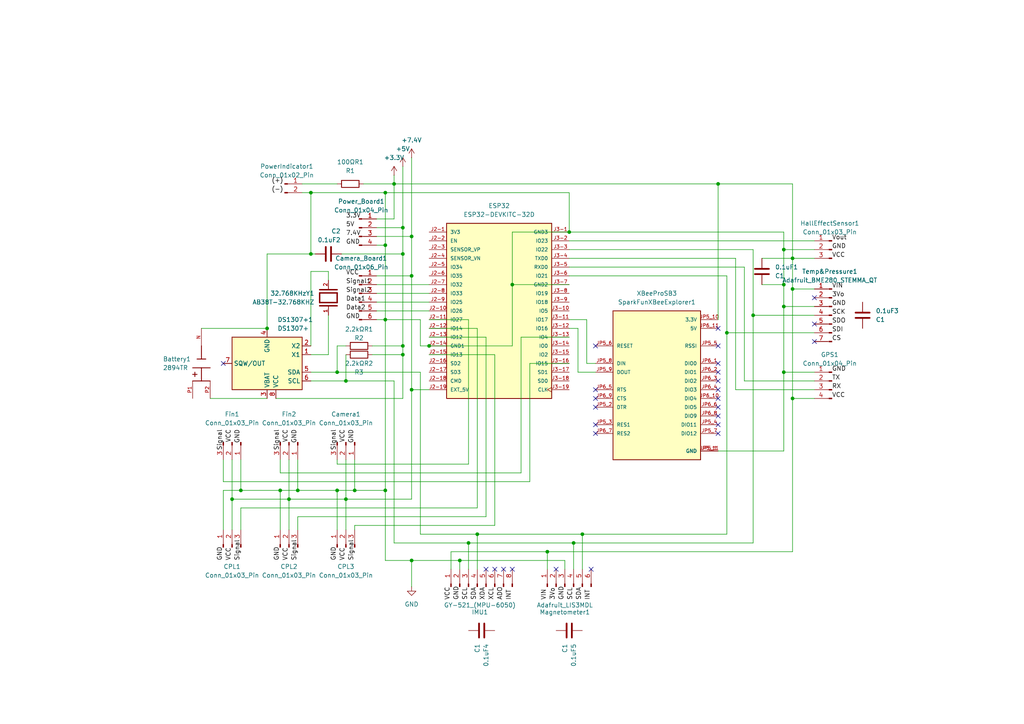
<source format=kicad_sch>
(kicad_sch (version 20231120) (generator "eeschema") (generator_version "8.0")
  (paper "A4")
  (lib_symbols
    (symbol "2894TR:2894TR" (pin_names (offset 1.016))
      (property "Reference" "BT" (at -3.81 3.81 0))
      (property "Value" "2894TR" (at -3.81 -5.08 0))
      (symbol "2894TR_0_0"
        (polyline (pts (xy -5.08 -2.54) (xy -5.08 0)) (stroke (width 0.254)))
        (polyline (pts (xy -5.08 0) (xy -5.08 2.54)) (stroke (width 0.254)))
        (polyline (pts (xy -3.81 1.905) (xy -2.54 1.905)) (stroke (width 0.254)))
        (polyline (pts (xy -3.175 2.54) (xy -3.175 1.27)) (stroke (width 0.254)))
        (polyline (pts (xy -1.27 0) (xy -5.08 0)) (stroke (width 0.254)))
        (polyline (pts (xy -1.27 0) (xy -1.27 -2.54)) (stroke (width 0.254)))
        (polyline (pts (xy -1.27 2.54) (xy -1.27 0)) (stroke (width 0.254)))
        (polyline (pts (xy 1.27 0) (xy 1.27 -1.27)) (stroke (width 0.254)))
        (polyline (pts (xy 1.27 0) (xy 5.08 0)) (stroke (width 0.254)))
        (polyline (pts (xy 1.27 1.27) (xy 1.27 0)) (stroke (width 0.254)))
        (pin passive line (at 10.16 0 180) (length 5.08) (name "~") (number "N"))
        (pin passive line (at -10.16 2.54 0) (length 5.08) (name "~") (number "P1"))
        (pin passive line (at -10.16 -2.54 0) (length 5.08) (name "~") (number "P2"))
      )
    )
    (symbol "AB38T-32.768KHZ:AB38T-32.768KHZ" (pin_names (offset 1.016))
      (property "Reference" "Y" (at -5.0878 3.8159 0))
      (property "Value" "AB38T-32.768KHZ" (at -5.0944 -5.0944 0))
      (symbol "AB38T-32.768KHZ_0_0"
        (polyline (pts (xy -2.3368 2.54) (xy -2.3368 -2.54)) (stroke (width 0.4064)))
        (polyline (pts (xy -1.397 2.54) (xy -1.397 -2.54)) (stroke (width 0.4064)))
        (polyline (pts (xy -1.397 2.54) (xy 1.397 2.54)) (stroke (width 0.4064)))
        (polyline (pts (xy 1.397 -2.54) (xy -1.397 -2.54)) (stroke (width 0.4064)))
        (polyline (pts (xy 1.397 2.54) (xy 1.397 -2.54)) (stroke (width 0.4064)))
        (polyline (pts (xy 2.3368 2.54) (xy 2.3368 -2.54)) (stroke (width 0.4064)))
        (pin passive line (at -5.08 0 0) (length 2.54) (name "~") (number "1"))
        (pin passive line (at 5.08 0 180) (length 2.54) (name "~") (number "2"))
      )
    )
    (symbol "Connector:Conn_01x02_Pin" (pin_names (offset 1.016) hide)
      (property "Reference" "J" (at 0 2.54 0))
      (property "Value" "Conn_01x02_Pin" (at 0 -5.08 0))
      (symbol "Conn_01x02_Pin_1_1"
        (polyline (pts (xy 1.27 -2.54) (xy 0.8636 -2.54)) (stroke (width 0.1524)))
        (polyline (pts (xy 1.27 0) (xy 0.8636 0)) (stroke (width 0.1524)))
        (rectangle (start 0.8636 -2.413) (end 0 -2.667) (stroke (width 0.1524)) (fill (type outline)))
        (rectangle (start 0.8636 0.127) (end 0 -0.127) (stroke (width 0.1524)) (fill (type outline)))
        (pin passive line (at 5.08 0 180) (length 3.81) (name "Pin_1") (number "1"))
        (pin passive line (at 5.08 -2.54 180) (length 3.81) (name "Pin_2") (number "2"))
      )
    )
    (symbol "Connector:Conn_01x03_Pin" (pin_names (offset 1.016) hide)
      (property "Reference" "J" (at 0 5.08 0))
      (property "Value" "Conn_01x03_Pin" (at 0 -5.08 0))
      (symbol "Conn_01x03_Pin_1_1"
        (polyline (pts (xy 1.27 -2.54) (xy 0.8636 -2.54)) (stroke (width 0.1524)))
        (polyline (pts (xy 1.27 0) (xy 0.8636 0)) (stroke (width 0.1524)))
        (polyline (pts (xy 1.27 2.54) (xy 0.8636 2.54)) (stroke (width 0.1524)))
        (rectangle (start 0.8636 -2.413) (end 0 -2.667) (stroke (width 0.1524)) (fill (type outline)))
        (rectangle (start 0.8636 0.127) (end 0 -0.127) (stroke (width 0.1524)) (fill (type outline)))
        (rectangle (start 0.8636 2.667) (end 0 2.413) (stroke (width 0.1524)) (fill (type outline)))
        (pin passive line (at 5.08 2.54 180) (length 3.81) (name "Pin_1") (number "1"))
        (pin passive line (at 5.08 0 180) (length 3.81) (name "Pin_2") (number "2"))
        (pin passive line (at 5.08 -2.54 180) (length 3.81) (name "Pin_3") (number "3"))
      )
    )
    (symbol "Connector:Conn_01x04_Pin" (pin_names (offset 1.016) hide)
      (property "Reference" "J" (at 0 5.08 0))
      (property "Value" "Conn_01x04_Pin" (at 0 -7.62 0))
      (symbol "Conn_01x04_Pin_1_1"
        (polyline (pts (xy 1.27 -5.08) (xy 0.8636 -5.08)) (stroke (width 0.1524)))
        (polyline (pts (xy 1.27 -2.54) (xy 0.8636 -2.54)) (stroke (width 0.1524)))
        (polyline (pts (xy 1.27 0) (xy 0.8636 0)) (stroke (width 0.1524)))
        (polyline (pts (xy 1.27 2.54) (xy 0.8636 2.54)) (stroke (width 0.1524)))
        (rectangle (start 0.8636 -4.953) (end 0 -5.207) (stroke (width 0.1524)) (fill (type outline)))
        (rectangle (start 0.8636 -2.413) (end 0 -2.667) (stroke (width 0.1524)) (fill (type outline)))
        (rectangle (start 0.8636 0.127) (end 0 -0.127) (stroke (width 0.1524)) (fill (type outline)))
        (rectangle (start 0.8636 2.667) (end 0 2.413) (stroke (width 0.1524)) (fill (type outline)))
        (pin passive line (at 5.08 2.54 180) (length 3.81) (name "Pin_1") (number "1"))
        (pin passive line (at 5.08 0 180) (length 3.81) (name "Pin_2") (number "2"))
        (pin passive line (at 5.08 -2.54 180) (length 3.81) (name "Pin_3") (number "3"))
        (pin passive line (at 5.08 -5.08 180) (length 3.81) (name "Pin_4") (number "4"))
      )
    )
    (symbol "Connector:Conn_01x06_Pin" (pin_names (offset 1.016) hide)
      (property "Reference" "J" (at 0 7.62 0))
      (property "Value" "Conn_01x06_Pin" (at 0 -10.16 0))
      (symbol "Conn_01x06_Pin_1_1"
        (polyline (pts (xy 1.27 -7.62) (xy 0.8636 -7.62)) (stroke (width 0.1524)))
        (polyline (pts (xy 1.27 -5.08) (xy 0.8636 -5.08)) (stroke (width 0.1524)))
        (polyline (pts (xy 1.27 -2.54) (xy 0.8636 -2.54)) (stroke (width 0.1524)))
        (polyline (pts (xy 1.27 0) (xy 0.8636 0)) (stroke (width 0.1524)))
        (polyline (pts (xy 1.27 2.54) (xy 0.8636 2.54)) (stroke (width 0.1524)))
        (polyline (pts (xy 1.27 5.08) (xy 0.8636 5.08)) (stroke (width 0.1524)))
        (rectangle (start 0.8636 -7.493) (end 0 -7.747) (stroke (width 0.1524)) (fill (type outline)))
        (rectangle (start 0.8636 -4.953) (end 0 -5.207) (stroke (width 0.1524)) (fill (type outline)))
        (rectangle (start 0.8636 -2.413) (end 0 -2.667) (stroke (width 0.1524)) (fill (type outline)))
        (rectangle (start 0.8636 0.127) (end 0 -0.127) (stroke (width 0.1524)) (fill (type outline)))
        (rectangle (start 0.8636 2.667) (end 0 2.413) (stroke (width 0.1524)) (fill (type outline)))
        (rectangle (start 0.8636 5.207) (end 0 4.953) (stroke (width 0.1524)) (fill (type outline)))
        (pin passive line (at 5.08 5.08 180) (length 3.81) (name "Pin_1") (number "1"))
        (pin passive line (at 5.08 2.54 180) (length 3.81) (name "Pin_2") (number "2"))
        (pin passive line (at 5.08 0 180) (length 3.81) (name "Pin_3") (number "3"))
        (pin passive line (at 5.08 -2.54 180) (length 3.81) (name "Pin_4") (number "4"))
        (pin passive line (at 5.08 -5.08 180) (length 3.81) (name "Pin_5") (number "5"))
        (pin passive line (at 5.08 -7.62 180) (length 3.81) (name "Pin_6") (number "6"))
      )
    )
    (symbol "Connector:Conn_01x07_Pin" (pin_names (offset 1.016) hide)
      (property "Reference" "J" (at 0 10.16 0))
      (property "Value" "Conn_01x07_Pin" (at 0 -10.16 0))
      (symbol "Conn_01x07_Pin_1_1"
        (polyline (pts (xy 1.27 -7.62) (xy 0.8636 -7.62)) (stroke (width 0.1524)))
        (polyline (pts (xy 1.27 -5.08) (xy 0.8636 -5.08)) (stroke (width 0.1524)))
        (polyline (pts (xy 1.27 -2.54) (xy 0.8636 -2.54)) (stroke (width 0.1524)))
        (polyline (pts (xy 1.27 0) (xy 0.8636 0)) (stroke (width 0.1524)))
        (polyline (pts (xy 1.27 2.54) (xy 0.8636 2.54)) (stroke (width 0.1524)))
        (polyline (pts (xy 1.27 5.08) (xy 0.8636 5.08)) (stroke (width 0.1524)))
        (polyline (pts (xy 1.27 7.62) (xy 0.8636 7.62)) (stroke (width 0.1524)))
        (rectangle (start 0.8636 -7.493) (end 0 -7.747) (stroke (width 0.1524)) (fill (type outline)))
        (rectangle (start 0.8636 -4.953) (end 0 -5.207) (stroke (width 0.1524)) (fill (type outline)))
        (rectangle (start 0.8636 -2.413) (end 0 -2.667) (stroke (width 0.1524)) (fill (type outline)))
        (rectangle (start 0.8636 0.127) (end 0 -0.127) (stroke (width 0.1524)) (fill (type outline)))
        (rectangle (start 0.8636 2.667) (end 0 2.413) (stroke (width 0.1524)) (fill (type outline)))
        (rectangle (start 0.8636 5.207) (end 0 4.953) (stroke (width 0.1524)) (fill (type outline)))
        (rectangle (start 0.8636 7.747) (end 0 7.493) (stroke (width 0.1524)) (fill (type outline)))
        (pin passive line (at 5.08 7.62 180) (length 3.81) (name "Pin_1") (number "1"))
        (pin passive line (at 5.08 5.08 180) (length 3.81) (name "Pin_2") (number "2"))
        (pin passive line (at 5.08 2.54 180) (length 3.81) (name "Pin_3") (number "3"))
        (pin passive line (at 5.08 0 180) (length 3.81) (name "Pin_4") (number "4"))
        (pin passive line (at 5.08 -2.54 180) (length 3.81) (name "Pin_5") (number "5"))
        (pin passive line (at 5.08 -5.08 180) (length 3.81) (name "Pin_6") (number "6"))
        (pin passive line (at 5.08 -7.62 180) (length 3.81) (name "Pin_7") (number "7"))
      )
    )
    (symbol "Connector:Conn_01x08_Pin" (pin_names (offset 1.016) hide)
      (property "Reference" "J" (at 0 10.16 0))
      (property "Value" "Conn_01x08_Pin" (at 0 -12.7 0))
      (symbol "Conn_01x08_Pin_1_1"
        (polyline (pts (xy 1.27 -10.16) (xy 0.8636 -10.16)) (stroke (width 0.1524)))
        (polyline (pts (xy 1.27 -7.62) (xy 0.8636 -7.62)) (stroke (width 0.1524)))
        (polyline (pts (xy 1.27 -5.08) (xy 0.8636 -5.08)) (stroke (width 0.1524)))
        (polyline (pts (xy 1.27 -2.54) (xy 0.8636 -2.54)) (stroke (width 0.1524)))
        (polyline (pts (xy 1.27 0) (xy 0.8636 0)) (stroke (width 0.1524)))
        (polyline (pts (xy 1.27 2.54) (xy 0.8636 2.54)) (stroke (width 0.1524)))
        (polyline (pts (xy 1.27 5.08) (xy 0.8636 5.08)) (stroke (width 0.1524)))
        (polyline (pts (xy 1.27 7.62) (xy 0.8636 7.62)) (stroke (width 0.1524)))
        (rectangle (start 0.8636 -10.033) (end 0 -10.287) (stroke (width 0.1524)) (fill (type outline)))
        (rectangle (start 0.8636 -7.493) (end 0 -7.747) (stroke (width 0.1524)) (fill (type outline)))
        (rectangle (start 0.8636 -4.953) (end 0 -5.207) (stroke (width 0.1524)) (fill (type outline)))
        (rectangle (start 0.8636 -2.413) (end 0 -2.667) (stroke (width 0.1524)) (fill (type outline)))
        (rectangle (start 0.8636 0.127) (end 0 -0.127) (stroke (width 0.1524)) (fill (type outline)))
        (rectangle (start 0.8636 2.667) (end 0 2.413) (stroke (width 0.1524)) (fill (type outline)))
        (rectangle (start 0.8636 5.207) (end 0 4.953) (stroke (width 0.1524)) (fill (type outline)))
        (rectangle (start 0.8636 7.747) (end 0 7.493) (stroke (width 0.1524)) (fill (type outline)))
        (pin passive line (at 5.08 7.62 180) (length 3.81) (name "Pin_1") (number "1"))
        (pin passive line (at 5.08 5.08 180) (length 3.81) (name "Pin_2") (number "2"))
        (pin passive line (at 5.08 2.54 180) (length 3.81) (name "Pin_3") (number "3"))
        (pin passive line (at 5.08 0 180) (length 3.81) (name "Pin_4") (number "4"))
        (pin passive line (at 5.08 -2.54 180) (length 3.81) (name "Pin_5") (number "5"))
        (pin passive line (at 5.08 -5.08 180) (length 3.81) (name "Pin_6") (number "6"))
        (pin passive line (at 5.08 -7.62 180) (length 3.81) (name "Pin_7") (number "7"))
        (pin passive line (at 5.08 -10.16 180) (length 3.81) (name "Pin_8") (number "8"))
      )
    )
    (symbol "Device:C" (pin_numbers hide) (pin_names (offset 0.254))
      (property "Reference" "C" (at 0.635 2.54 0))
      (property "Value" "C" (at 0.635 -2.54 0))
      (symbol "C_0_1"
        (polyline (pts (xy -2.032 -0.762) (xy 2.032 -0.762)) (stroke (width 0.508)))
        (polyline (pts (xy -2.032 0.762) (xy 2.032 0.762)) (stroke (width 0.508)))
      )
      (symbol "C_1_1"
        (pin passive line (at 0 3.81 270) (length 2.794) (name "~") (number "1"))
        (pin passive line (at 0 -3.81 90) (length 2.794) (name "~") (number "2"))
      )
    )
    (symbol "Device:R" (pin_numbers hide) (pin_names (offset 0))
      (property "Reference" "R" (at 2.032 0 90))
      (property "Value" "R" (at 0 0 90))
      (symbol "R_0_1"
        (rectangle (start -1.016 -2.54) (end 1.016 2.54) (stroke (width 0.254)))
      )
      (symbol "R_1_1"
        (pin passive line (at 0 3.81 270) (length 1.27) (name "~") (number "1"))
        (pin passive line (at 0 -3.81 90) (length 1.27) (name "~") (number "2"))
      )
    )
    (symbol "ESP32-DEVKITC-32D:ESP32-DEVKITC-32D" (pin_names (offset 1.016))
      (property "Reference" "U" (at -15.2572 26.0643 0))
      (property "Value" "ESP32-DEVKITC-32D" (at -15.2563 -27.9698 0))
      (symbol "ESP32-DEVKITC-32D_0_0"
        (rectangle (start -15.24 -25.4) (end 15.24 25.4) (stroke (width 0.254)) (fill (type background)))
        (pin power_in line (at -20.32 22.86 0) (length 5.08) (name "3V3") (number "J2-1"))
        (pin bidirectional line (at -20.32 0 0) (length 5.08) (name "IO26") (number "J2-10"))
        (pin bidirectional line (at -20.32 -2.54 0) (length 5.08) (name "IO27") (number "J2-11"))
        (pin bidirectional line (at -20.32 -5.08 0) (length 5.08) (name "IO14") (number "J2-12"))
        (pin bidirectional line (at -20.32 -7.62 0) (length 5.08) (name "IO12") (number "J2-13"))
        (pin power_in line (at -20.32 -10.16 0) (length 5.08) (name "GND1") (number "J2-14"))
        (pin bidirectional line (at -20.32 -12.7 0) (length 5.08) (name "IO13") (number "J2-15"))
        (pin bidirectional line (at -20.32 -15.24 0) (length 5.08) (name "SD2") (number "J2-16"))
        (pin bidirectional line (at -20.32 -17.78 0) (length 5.08) (name "SD3") (number "J2-17"))
        (pin bidirectional line (at -20.32 -20.32 0) (length 5.08) (name "CMD") (number "J2-18"))
        (pin power_in line (at -20.32 -22.86 0) (length 5.08) (name "EXT_5V") (number "J2-19"))
        (pin input line (at -20.32 20.32 0) (length 5.08) (name "EN") (number "J2-2"))
        (pin input line (at -20.32 17.78 0) (length 5.08) (name "SENSOR_VP") (number "J2-3"))
        (pin input line (at -20.32 15.24 0) (length 5.08) (name "SENSOR_VN") (number "J2-4"))
        (pin bidirectional line (at -20.32 12.7 0) (length 5.08) (name "IO34") (number "J2-5"))
        (pin bidirectional line (at -20.32 10.16 0) (length 5.08) (name "IO35") (number "J2-6"))
        (pin bidirectional line (at -20.32 7.62 0) (length 5.08) (name "IO32") (number "J2-7"))
        (pin bidirectional line (at -20.32 5.08 0) (length 5.08) (name "IO33") (number "J2-8"))
        (pin bidirectional line (at -20.32 2.54 0) (length 5.08) (name "IO25") (number "J2-9"))
        (pin power_in line (at 20.32 22.86 180) (length 5.08) (name "GND3") (number "J3-1"))
        (pin bidirectional line (at 20.32 0 180) (length 5.08) (name "IO5") (number "J3-10"))
        (pin bidirectional line (at 20.32 -2.54 180) (length 5.08) (name "IO17") (number "J3-11"))
        (pin bidirectional line (at 20.32 -5.08 180) (length 5.08) (name "IO16") (number "J3-12"))
        (pin bidirectional line (at 20.32 -7.62 180) (length 5.08) (name "IO4") (number "J3-13"))
        (pin bidirectional line (at 20.32 -10.16 180) (length 5.08) (name "IO0") (number "J3-14"))
        (pin bidirectional line (at 20.32 -12.7 180) (length 5.08) (name "IO2") (number "J3-15"))
        (pin bidirectional line (at 20.32 -15.24 180) (length 5.08) (name "IO15") (number "J3-16"))
        (pin bidirectional line (at 20.32 -17.78 180) (length 5.08) (name "SD1") (number "J3-17"))
        (pin bidirectional line (at 20.32 -20.32 180) (length 5.08) (name "SD0") (number "J3-18"))
        (pin input clock (at 20.32 -22.86 180) (length 5.08) (name "CLK") (number "J3-19"))
        (pin bidirectional line (at 20.32 20.32 180) (length 5.08) (name "IO23") (number "J3-2"))
        (pin bidirectional line (at 20.32 17.78 180) (length 5.08) (name "IO22") (number "J3-3"))
        (pin output line (at 20.32 15.24 180) (length 5.08) (name "TXD0") (number "J3-4"))
        (pin input line (at 20.32 12.7 180) (length 5.08) (name "RXD0") (number "J3-5"))
        (pin bidirectional line (at 20.32 10.16 180) (length 5.08) (name "IO21") (number "J3-6"))
        (pin power_in line (at 20.32 7.62 180) (length 5.08) (name "GND2") (number "J3-7"))
        (pin bidirectional line (at 20.32 5.08 180) (length 5.08) (name "IO19") (number "J3-8"))
        (pin bidirectional line (at 20.32 2.54 180) (length 5.08) (name "IO18") (number "J3-9"))
      )
    )
    (symbol "Timer_RTC:DS1307+"
      (property "Reference" "U" (at -8.89 8.89 0))
      (property "Value" "DS1307+" (at 1.27 8.89 0))
      (symbol "DS1307+_0_1"
        (rectangle (start -10.16 7.62) (end 10.16 -7.62) (stroke (width 0.254)) (fill (type background)))
      )
      (symbol "DS1307+_1_1"
        (pin input line (at -12.7 -2.54 0) (length 2.54) (name "X1") (number "1"))
        (pin input line (at -12.7 -5.08 0) (length 2.54) (name "X2") (number "2"))
        (pin power_in line (at 0 10.16 270) (length 2.54) (name "VBAT") (number "3"))
        (pin power_in line (at 0 -10.16 90) (length 2.54) (name "GND") (number "4"))
        (pin bidirectional line (at -12.7 2.54 0) (length 2.54) (name "SDA") (number "5"))
        (pin input line (at -12.7 5.08 0) (length 2.54) (name "SCL") (number "6"))
        (pin open_collector line (at 12.7 0 180) (length 2.54) (name "SQW/OUT") (number "7"))
        (pin power_in line (at -2.54 10.16 270) (length 2.54) (name "VCC") (number "8"))
      )
    )
    (symbol "WRL-11812:WRL-11812" (pin_names (offset 1.016))
      (property "Reference" "U" (at -12.7 20.955 0))
      (property "Value" "WRL-11812" (at -12.7 -25.4 0))
      (symbol "WRL-11812_0_0"
        (rectangle (start -12.7 -22.86) (end 12.7 20.32) (stroke (width 0.254)) (fill (type background)))
        (pin power_in line (at 17.78 -20.32 180) (length 5.08) (name "GND") (number "JP5_1"))
        (pin power_in line (at 17.78 17.78 180) (length 5.08) (name "3.3V") (number "JP5_10"))
        (pin power_in line (at 17.78 -20.32 180) (length 5.08) (name "GND") (number "JP5_11"))
        (pin bidirectional line (at -17.78 -7.62 0) (length 5.08) (name "DTR") (number "JP5_2"))
        (pin bidirectional line (at -17.78 -12.7 0) (length 5.08) (name "RES1") (number "JP5_3"))
        (pin bidirectional line (at 17.78 -12.7 180) (length 5.08) (name "DIO11") (number "JP5_4"))
        (pin output line (at 17.78 10.16 180) (length 5.08) (name "RSSI") (number "JP5_5"))
        (pin input line (at -17.78 10.16 0) (length 5.08) (name "RESET") (number "JP5_6"))
        (pin bidirectional line (at 17.78 -15.24 180) (length 5.08) (name "DIO12") (number "JP5_7"))
        (pin input line (at -17.78 5.08 0) (length 5.08) (name "DIN") (number "JP5_8"))
        (pin output line (at -17.78 2.54 0) (length 5.08) (name "DOUT") (number "JP5_9"))
        (pin bidirectional line (at 17.78 5.08 180) (length 5.08) (name "DIO0") (number "JP6_1"))
        (pin bidirectional line (at 17.78 -5.08 180) (length 5.08) (name "DIO4") (number "JP6_10"))
        (pin power_in line (at 17.78 15.24 180) (length 5.08) (name "5V") (number "JP6_11"))
        (pin bidirectional line (at 17.78 2.54 180) (length 5.08) (name "DIO1") (number "JP6_2"))
        (pin bidirectional line (at 17.78 0 180) (length 5.08) (name "DIO2") (number "JP6_3"))
        (pin bidirectional line (at 17.78 -2.54 180) (length 5.08) (name "DIO3") (number "JP6_4"))
        (pin input line (at -17.78 -2.54 0) (length 5.08) (name "RTS") (number "JP6_5"))
        (pin bidirectional line (at 17.78 -7.62 180) (length 5.08) (name "DIO5") (number "JP6_6"))
        (pin bidirectional line (at -17.78 -15.24 0) (length 5.08) (name "RES2") (number "JP6_7"))
        (pin bidirectional line (at 17.78 -10.16 180) (length 5.08) (name "DIO9") (number "JP6_8"))
        (pin output line (at -17.78 -5.08 0) (length 5.08) (name "CTS") (number "JP6_9"))
      )
    )
    (symbol "power:+3.3V" (power) (pin_numbers hide) (pin_names (offset 0) hide)
      (property "Value" "+3.3V" (at 0 3.556 0))
      (symbol "+3.3V_0_1"
        (polyline (pts (xy -0.762 1.27) (xy 0 2.54)))
        (polyline (pts (xy 0 0) (xy 0 2.54)))
        (polyline (pts (xy 0 2.54) (xy 0.762 1.27)))
      )
      (symbol "+3.3V_1_1"
        (pin power_in line (at 0 0 90) (length 0) (name "~") (number "1"))
      )
    )
    (symbol "power:+5V" (power) (pin_numbers hide) (pin_names (offset 0) hide)
      (property "Value" "+5V" (at 0 3.556 0))
      (symbol "+5V_0_1"
        (polyline (pts (xy -0.762 1.27) (xy 0 2.54)))
        (polyline (pts (xy 0 0) (xy 0 2.54)))
        (polyline (pts (xy 0 2.54) (xy 0.762 1.27)))
      )
      (symbol "+5V_1_1"
        (pin power_in line (at 0 0 90) (length 0) (name "~") (number "1"))
      )
    )
    (symbol "power:GND" (power) (pin_numbers hide) (pin_names (offset 0) hide)
      (property "Value" "GND" (at 0 -3.81 0))
      (symbol "GND_0_1"
        (polyline (pts (xy 0 0) (xy 0 -1.27) (xy 1.27 -1.27) (xy 0 -2.54) (xy -1.27 -1.27) (xy 0 -1.27)))
      )
      (symbol "GND_1_1"
        (pin power_in line (at 0 0 270) (length 0) (name "~") (number "1"))
      )
    )
  )
  (junction (at 165.1 67.31))
  (junction (at 111.76 71.12))
  (junction (at 83.82 144.78))
  (junction (at 119.38 113.03))
  (junction (at 116.84 100.33))
  (junction (at 158.75 160.02))
  (junction (at 77.47 95.25))
  (junction (at 119.38 68.58))
  (junction (at 138.43 154.94))
  (junction (at 119.38 162.56))
  (junction (at 111.76 142.24))
  (junction (at 218.44 91.44))
  (junction (at 227.33 88.9))
  (junction (at 97.79 142.24))
  (junction (at 229.87 83.82))
  (junction (at 229.87 115.57))
  (junction (at 168.91 154.94))
  (junction (at 208.28 53.34))
  (junction (at 114.3 53.34))
  (junction (at 111.76 55.88))
  (junction (at 69.85 142.24))
  (junction (at 100.33 110.49))
  (junction (at 111.76 92.71))
  (junction (at 90.17 73.66))
  (junction (at 119.38 80.01))
  (junction (at 166.37 157.48))
  (junction (at 124.46 100.33))
  (junction (at 67.31 144.78))
  (junction (at 100.33 144.78))
  (junction (at 135.89 157.48))
  (junction (at 229.87 74.93))
  (junction (at 116.84 102.87))
  (junction (at 90.17 55.88))
  (junction (at 97.79 107.95))
  (junction (at 148.59 82.55))
  (junction (at 102.87 142.24))
  (junction (at 227.33 72.39))
  (junction (at 81.28 142.24))
  (junction (at 227.33 107.95))
  (junction (at 133.35 162.56))
  (junction (at 210.82 96.52))
  (junction (at 116.84 66.04))
  (junction (at 116.84 73.66))
  (junction (at 227.33 82.55))
  (junction (at 86.36 142.24))
  (no_connect (at 143.51 165.1))
  (no_connect (at 208.28 115.57))
  (no_connect (at 161.29 165.1))
  (no_connect (at 208.28 100.33))
  (no_connect (at 172.72 115.57))
  (no_connect (at 208.28 105.41))
  (no_connect (at 208.28 95.25))
  (no_connect (at 148.59 165.1))
  (no_connect (at 208.28 113.03))
  (no_connect (at 208.28 110.49))
  (no_connect (at 172.72 125.73))
  (no_connect (at 172.72 123.19))
  (no_connect (at 236.22 86.36))
  (no_connect (at 208.28 107.95))
  (no_connect (at 208.28 123.19))
  (no_connect (at 172.72 100.33))
  (no_connect (at 64.77 105.41))
  (no_connect (at 236.22 99.06))
  (no_connect (at 140.97 165.1))
  (no_connect (at 172.72 113.03))
  (no_connect (at 208.28 125.73))
  (no_connect (at 172.72 118.11))
  (no_connect (at 208.28 118.11))
  (no_connect (at 208.28 120.65))
  (no_connect (at 236.22 93.98))
  (no_connect (at 171.45 165.1))
  (no_connect (at 146.05 165.1))
  (wire (pts (xy 97.79 100.33) (xy 97.79 107.95)))
  (wire (pts (xy 227.33 67.31) (xy 227.33 72.39)))
  (wire (pts (xy 95.25 102.87) (xy 95.25 91.44)))
  (wire (pts (xy 111.76 92.71) (xy 121.92 92.71)))
  (wire (pts (xy 100.33 100.33) (xy 97.79 100.33)))
  (wire (pts (xy 116.84 48.26) (xy 116.84 66.04)))
  (wire (pts (xy 135.89 92.71) (xy 124.46 92.71)))
  (wire (pts (xy 213.36 113.03) (xy 213.36 74.93)))
  (wire (pts (xy 229.87 74.93) (xy 229.87 83.82)))
  (wire (pts (xy 90.17 73.66) (xy 91.44 73.66)))
  (wire (pts (xy 83.82 144.78) (xy 100.33 144.78)))
  (wire (pts (xy 119.38 162.56) (xy 119.38 170.18)))
  (wire (pts (xy 67.31 133.35) (xy 67.31 144.78)))
  (wire (pts (xy 165.1 80.01) (xy 210.82 80.01)))
  (wire (pts (xy 90.17 78.74) (xy 95.25 78.74)))
  (wire (pts (xy 114.3 53.34) (xy 208.28 53.34)))
  (wire (pts (xy 109.22 68.58) (xy 119.38 68.58)))
  (wire (pts (xy 213.36 74.93) (xy 165.1 74.93)))
  (wire (pts (xy 172.72 107.95) (xy 167.64 107.95)))
  (wire (pts (xy 83.82 153.67) (xy 83.82 144.78)))
  (wire (pts (xy 119.38 162.56) (xy 133.35 162.56)))
  (wire (pts (xy 158.75 160.02) (xy 158.75 165.1)))
  (wire (pts (xy 90.17 107.95) (xy 97.79 107.95)))
  (wire (pts (xy 229.87 83.82) (xy 229.87 115.57)))
  (wire (pts (xy 69.85 133.35) (xy 69.85 142.24)))
  (wire (pts (xy 69.85 142.24) (xy 81.28 142.24)))
  (wire (pts (xy 167.64 107.95) (xy 167.64 95.25)))
  (wire (pts (xy 107.95 100.33) (xy 116.84 100.33)))
  (wire (pts (xy 151.13 97.79) (xy 151.13 137.16)))
  (wire (pts (xy 135.89 92.71) (xy 135.89 134.62)))
  (wire (pts (xy 114.3 110.49) (xy 114.3 157.48)))
  (wire (pts (xy 109.22 71.12) (xy 111.76 71.12)))
  (wire (pts (xy 111.76 92.71) (xy 111.76 142.24)))
  (wire (pts (xy 100.33 153.67) (xy 100.33 144.78)))
  (wire (pts (xy 87.63 53.34) (xy 97.79 53.34)))
  (wire (pts (xy 165.1 69.85) (xy 236.22 69.85)))
  (wire (pts (xy 102.87 153.67) (xy 102.87 152.4)))
  (wire (pts (xy 109.22 63.5) (xy 114.3 63.5)))
  (wire (pts (xy 138.43 95.25) (xy 124.46 95.25)))
  (wire (pts (xy 119.38 80.01) (xy 119.38 113.03)))
  (wire (pts (xy 218.44 157.48) (xy 218.44 91.44)))
  (wire (pts (xy 100.33 102.87) (xy 100.33 110.49)))
  (wire (pts (xy 236.22 110.49) (xy 215.9 110.49)))
  (wire (pts (xy 143.51 102.87) (xy 124.46 102.87)))
  (wire (pts (xy 116.84 102.87) (xy 116.84 100.33)))
  (wire (pts (xy 148.59 82.55) (xy 148.59 67.31)))
  (wire (pts (xy 165.1 95.25) (xy 167.64 95.25)))
  (wire (pts (xy 87.63 55.88) (xy 90.17 55.88)))
  (wire (pts (xy 86.36 153.67) (xy 86.36 149.86)))
  (wire (pts (xy 81.28 142.24) (xy 86.36 142.24)))
  (wire (pts (xy 102.87 133.35) (xy 102.87 142.24)))
  (wire (pts (xy 83.82 133.35) (xy 83.82 144.78)))
  (wire (pts (xy 140.97 97.79) (xy 140.97 149.86)))
  (wire (pts (xy 210.82 96.52) (xy 210.82 80.01)))
  (wire (pts (xy 218.44 91.44) (xy 218.44 72.39)))
  (wire (pts (xy 81.28 137.16) (xy 151.13 137.16)))
  (wire (pts (xy 109.22 92.71) (xy 111.76 92.71)))
  (wire (pts (xy 97.79 107.95) (xy 121.92 107.95)))
  (wire (pts (xy 109.22 87.63) (xy 124.46 87.63)))
  (wire (pts (xy 143.51 102.87) (xy 143.51 152.4)))
  (wire (pts (xy 69.85 147.32) (xy 138.43 147.32)))
  (wire (pts (xy 227.33 72.39) (xy 227.33 82.55)))
  (wire (pts (xy 121.92 154.94) (xy 138.43 154.94)))
  (wire (pts (xy 153.67 105.41) (xy 153.67 139.7)))
  (wire (pts (xy 86.36 149.86) (xy 140.97 149.86)))
  (wire (pts (xy 210.82 154.94) (xy 210.82 96.52)))
  (wire (pts (xy 236.22 96.52) (xy 210.82 96.52)))
  (wire (pts (xy 140.97 97.79) (xy 124.46 97.79)))
  (wire (pts (xy 227.33 88.9) (xy 227.33 107.95)))
  (wire (pts (xy 116.84 66.04) (xy 116.84 73.66)))
  (wire (pts (xy 119.38 113.03) (xy 119.38 144.78)))
  (wire (pts (xy 166.37 157.48) (xy 218.44 157.48)))
  (wire (pts (xy 170.18 92.71) (xy 165.1 92.71)))
  (wire (pts (xy 165.1 55.88) (xy 165.1 67.31)))
  (wire (pts (xy 86.36 133.35) (xy 86.36 142.24)))
  (wire (pts (xy 97.79 142.24) (xy 97.79 153.67)))
  (wire (pts (xy 215.9 77.47) (xy 165.1 77.47)))
  (wire (pts (xy 100.33 110.49) (xy 114.3 110.49)))
  (wire (pts (xy 90.17 55.88) (xy 90.17 73.66)))
  (wire (pts (xy 97.79 142.24) (xy 102.87 142.24)))
  (wire (pts (xy 229.87 115.57) (xy 236.22 115.57)))
  (wire (pts (xy 163.83 165.1) (xy 163.83 162.56)))
  (wire (pts (xy 111.76 142.24) (xy 111.76 162.56)))
  (wire (pts (xy 229.87 160.02) (xy 229.87 115.57)))
  (wire (pts (xy 148.59 82.55) (xy 148.59 100.33)))
  (wire (pts (xy 158.75 160.02) (xy 229.87 160.02)))
  (wire (pts (xy 64.77 142.24) (xy 69.85 142.24)))
  (wire (pts (xy 100.33 144.78) (xy 119.38 144.78)))
  (wire (pts (xy 95.25 78.74) (xy 95.25 81.28)))
  (wire (pts (xy 220.98 82.55) (xy 227.33 82.55)))
  (wire (pts (xy 227.33 72.39) (xy 236.22 72.39)))
  (wire (pts (xy 153.67 105.41) (xy 165.1 105.41)))
  (wire (pts (xy 90.17 100.33) (xy 90.17 78.74)))
  (wire (pts (xy 90.17 55.88) (xy 111.76 55.88)))
  (wire (pts (xy 102.87 152.4) (xy 143.51 152.4)))
  (wire (pts (xy 119.38 113.03) (xy 124.46 113.03)))
  (wire (pts (xy 116.84 73.66) (xy 116.84 100.33)))
  (wire (pts (xy 208.28 130.81) (xy 227.33 130.81)))
  (wire (pts (xy 80.01 115.57) (xy 116.84 115.57)))
  (wire (pts (xy 124.46 100.33) (xy 148.59 100.33)))
  (wire (pts (xy 77.47 73.66) (xy 90.17 73.66)))
  (wire (pts (xy 133.35 162.56) (xy 163.83 162.56)))
  (wire (pts (xy 111.76 55.88) (xy 165.1 55.88)))
  (wire (pts (xy 109.22 82.55) (xy 124.46 82.55)))
  (wire (pts (xy 97.79 134.62) (xy 135.89 134.62)))
  (wire (pts (xy 77.47 73.66) (xy 77.47 95.25)))
  (wire (pts (xy 227.33 130.81) (xy 227.33 107.95)))
  (wire (pts (xy 116.84 115.57) (xy 116.84 102.87)))
  (wire (pts (xy 165.1 72.39) (xy 218.44 72.39)))
  (wire (pts (xy 121.92 92.71) (xy 121.92 100.33)))
  (wire (pts (xy 111.76 71.12) (xy 111.76 92.71)))
  (wire (pts (xy 133.35 162.56) (xy 133.35 165.1)))
  (wire (pts (xy 130.81 160.02) (xy 130.81 165.1)))
  (wire (pts (xy 236.22 91.44) (xy 218.44 91.44)))
  (wire (pts (xy 102.87 142.24) (xy 111.76 142.24)))
  (wire (pts (xy 220.98 74.93) (xy 229.87 74.93)))
  (wire (pts (xy 109.22 90.17) (xy 124.46 90.17)))
  (wire (pts (xy 227.33 82.55) (xy 227.33 88.9)))
  (wire (pts (xy 135.89 157.48) (xy 166.37 157.48)))
  (wire (pts (xy 64.77 133.35) (xy 64.77 139.7)))
  (wire (pts (xy 119.38 68.58) (xy 119.38 80.01)))
  (wire (pts (xy 168.91 154.94) (xy 210.82 154.94)))
  (wire (pts (xy 69.85 153.67) (xy 69.85 147.32)))
  (wire (pts (xy 130.81 160.02) (xy 158.75 160.02)))
  (wire (pts (xy 107.95 102.87) (xy 116.84 102.87)))
  (wire (pts (xy 64.77 153.67) (xy 64.77 142.24)))
  (wire (pts (xy 121.92 107.95) (xy 121.92 154.94)))
  (wire (pts (xy 165.1 67.31) (xy 227.33 67.31)))
  (wire (pts (xy 121.92 100.33) (xy 124.46 100.33)))
  (wire (pts (xy 215.9 110.49) (xy 215.9 77.47)))
  (wire (pts (xy 148.59 67.31) (xy 165.1 67.31)))
  (wire (pts (xy 114.3 63.5) (xy 114.3 53.34)))
  (wire (pts (xy 151.13 97.79) (xy 165.1 97.79)))
  (wire (pts (xy 64.77 139.7) (xy 153.67 139.7)))
  (wire (pts (xy 138.43 95.25) (xy 138.43 147.32)))
  (wire (pts (xy 227.33 107.95) (xy 236.22 107.95)))
  (wire (pts (xy 58.42 95.25) (xy 77.47 95.25)))
  (wire (pts (xy 109.22 85.09) (xy 124.46 85.09)))
  (wire (pts (xy 135.89 157.48) (xy 135.89 165.1)))
  (wire (pts (xy 97.79 133.35) (xy 97.79 134.62)))
  (wire (pts (xy 208.28 92.71) (xy 208.28 53.34)))
  (wire (pts (xy 111.76 55.88) (xy 111.76 71.12)))
  (wire (pts (xy 138.43 154.94) (xy 168.91 154.94)))
  (wire (pts (xy 67.31 144.78) (xy 83.82 144.78)))
  (wire (pts (xy 90.17 110.49) (xy 100.33 110.49)))
  (wire (pts (xy 166.37 165.1) (xy 166.37 157.48)))
  (wire (pts (xy 114.3 50.8) (xy 114.3 53.34)))
  (wire (pts (xy 109.22 80.01) (xy 119.38 80.01)))
  (wire (pts (xy 60.96 115.57) (xy 77.47 115.57)))
  (wire (pts (xy 172.72 105.41) (xy 170.18 105.41)))
  (wire (pts (xy 100.33 133.35) (xy 100.33 144.78)))
  (wire (pts (xy 138.43 154.94) (xy 138.43 165.1)))
  (wire (pts (xy 236.22 113.03) (xy 213.36 113.03)))
  (wire (pts (xy 114.3 157.48) (xy 135.89 157.48)))
  (wire (pts (xy 81.28 133.35) (xy 81.28 137.16)))
  (wire (pts (xy 168.91 165.1) (xy 168.91 154.94)))
  (wire (pts (xy 105.41 53.34) (xy 114.3 53.34)))
  (wire (pts (xy 86.36 142.24) (xy 97.79 142.24)))
  (wire (pts (xy 227.33 88.9) (xy 236.22 88.9)))
  (wire (pts (xy 208.28 53.34) (xy 229.87 53.34)))
  (wire (pts (xy 229.87 53.34) (xy 229.87 74.93)))
  (wire (pts (xy 90.17 102.87) (xy 95.25 102.87)))
  (wire (pts (xy 148.59 82.55) (xy 165.1 82.55)))
  (wire (pts (xy 81.28 142.24) (xy 81.28 153.67)))
  (wire (pts (xy 229.87 83.82) (xy 236.22 83.82)))
  (wire (pts (xy 67.31 153.67) (xy 67.31 144.78)))
  (wire (pts (xy 119.38 45.72) (xy 119.38 68.58)))
  (wire (pts (xy 99.06 73.66) (xy 116.84 73.66)))
  (wire (pts (xy 111.76 162.56) (xy 119.38 162.56)))
  (wire (pts (xy 109.22 66.04) (xy 116.84 66.04)))
  (wire (pts (xy 229.87 74.93) (xy 236.22 74.93)))
  (wire (pts (xy 170.18 105.41) (xy 170.18 92.71)))
  (label "GND" (at 163.83 173.99 90))
  (label "GND" (at 64.77 162.56 90))
  (label "GND" (at 86.36 124.46 270))
  (label "(+)" (at 78.74 53.34 0))
  (label "Signal1" (at 100.33 82.55 0))
  (label "GND" (at 133.35 173.99 90))
  (label "Signal2" (at 100.33 85.09 0))
  (label "XCL" (at 143.51 173.99 90))
  (label "Data2" (at 100.33 90.17 0))
  (label "TX" (at 241.3 110.49 0))
  (label "(-)" (at 78.74 55.88 0))
  (label "VIN" (at 241.3 83.82 0))
  (label "SDI" (at 241.3 96.52 0))
  (label "SDA" (at 138.43 173.99 90))
  (label "3Vo" (at 161.29 173.99 90))
  (label "GND" (at 100.33 71.12 0))
  (label "3.3V" (at 100.33 63.5 0))
  (label "XDA" (at 140.97 173.99 90))
  (label "Signal" (at 102.87 162.56 90))
  (label "VCC" (at 83.82 124.46 270))
  (label "INT" (at 148.59 173.99 90))
  (label "VCC" (at 100.33 124.46 270))
  (label "VCC" (at 100.33 162.56 90))
  (label "7.4V" (at 100.33 68.58 0))
  (label "Signal" (at 64.77 124.46 270))
  (label "VCC" (at 241.3 74.93 0))
  (label "CS" (at 241.3 99.06 0))
  (label "INT" (at 171.45 173.99 90))
  (label "SCL" (at 135.89 173.99 90))
  (label "GND" (at 241.3 88.9 0))
  (label "VCC" (at 241.3 115.57 0))
  (label "SDA" (at 168.91 173.99 90))
  (label "VCC" (at 67.31 162.56 90))
  (label "ADO" (at 146.05 173.99 90))
  (label "Vout" (at 241.3 69.85 0))
  (label "GND" (at 241.3 107.95 0))
  (label "VCC" (at 67.31 124.46 270))
  (label "VCC" (at 130.81 173.99 90))
  (label "Signal" (at 81.28 124.46 270))
  (label "GND" (at 97.79 162.56 90))
  (label "SCK" (at 241.3 91.44 0))
  (label "SDO" (at 241.3 93.98 0))
  (label "3Vo" (at 241.3 86.36 0))
  (label "VIN" (at 158.75 173.99 90))
  (label "Signal" (at 69.85 162.56 90))
  (label "Signal" (at 97.79 124.46 270))
  (label "VCC" (at 100.33 80.01 0))
  (label "GND" (at 100.33 92.71 0))
  (label "RX" (at 241.3 113.03 0))
  (label "GND" (at 241.3 72.39 0))
  (label "VCC" (at 83.82 162.56 90))
  (label "GND" (at 81.28 162.56 90))
  (label "Signal" (at 86.36 162.56 90))
  (label "5V" (at 100.33 66.04 0))
  (label "SCL" (at 166.37 173.99 90))
  (label "Data1" (at 100.33 87.63 0))
  (label "GND" (at 69.85 124.46 270))
  (label "GND" (at 102.87 124.46 270))
  (symbol (lib_id "Device:R") (at 104.14 100.33 270) (unit 1)
    (property "Reference" "2.2kΩR1" (at 104.14 95.504 90))
    (property "Value" "R2" (at 104.14 98.044 90))
    (property "Footprint" "Resistor_THT:R_Axial_DIN0207_L6.3mm_D2.5mm_P7.62mm_Horizontal" (effects (hide yes)))
    (property "Description" "Resistor" (effects (hide yes)))
  )
  (symbol (lib_id "Connector:Conn_01x03_Pin") (at 100.33 158.75 90) (unit 1)
    (property "Reference" "CPL3" (at 100.33 164.338 90))
    (property "Value" "Conn_01x03_Pin" (at 100.33 166.878 90))
    (property "Footprint" "Connector_JST:JST_PH_B3B-PH-K_1x03_P2.00mm_Vertical" (effects (hide yes)))
    (property "Description" "Generic connector, single row, 01x03, script generated" (effects (hide yes)))
  )
  (symbol (lib_id "Device:R") (at 104.14 102.87 270) (unit 1)
    (property "Reference" "2.2kΩR2" (at 104.14 105.41 90))
    (property "Value" "R3" (at 104.14 107.95 90))
    (property "Footprint" "Resistor_THT:R_Axial_DIN0207_L6.3mm_D2.5mm_P7.62mm_Horizontal" (effects (hide yes)))
    (property "Description" "Resistor" (effects (hide yes)))
  )
  (symbol (lib_id "Connector:Conn_01x04_Pin") (at 241.3 110.49 0) (mirror y) (unit 1)
    (property "Reference" "GPS1" (at 240.665 102.87 0))
    (property "Value" "Conn_01x04_Pin" (at 240.665 105.41 0))
    (property "Footprint" "Connector_JST:JST_PH_B4B-PH-K_1x04_P2.00mm_Vertical" (effects (hide yes)))
    (property "Description" "Generic connector, single row, 01x04, script generated" (effects (hide yes)))
  )
  (symbol (lib_id "power:+3.3V") (at 114.3 50.8 0) (unit 1)
    (property "Reference" "#PWR02" (effects (hide yes)))
    (property "Value" "+3.3V" (at 114.3 45.72 0))
    (property "Description" "Power symbol creates a global label with name \"+3.3V\"" (effects (hide yes)))
  )
  (symbol (lib_id "Connector:Conn_01x03_Pin") (at 100.33 128.27 270) (unit 1)
    (property "Reference" "Camera1" (at 100.33 120.142 90))
    (property "Value" "Conn_01x03_Pin" (at 100.33 122.682 90))
    (property "Footprint" "Connector_JST:JST_PH_B3B-PH-K_1x03_P2.00mm_Vertical" (effects (hide yes)))
    (property "Description" "Generic connector, single row, 01x03, script generated" (effects (hide yes)))
  )
  (symbol (lib_id "Device:R") (at 101.6 53.34 90) (unit 1)
    (property "Reference" "100ΩR1" (at 101.6 46.99 90))
    (property "Value" "R1" (at 101.6 49.53 90))
    (property "Footprint" "Resistor_THT:R_Axial_DIN0207_L6.3mm_D2.5mm_P7.62mm_Horizontal" (effects (hide yes)))
    (property "Description" "Resistor" (effects (hide yes)))
  )
  (symbol (lib_id "Connector:Conn_01x06_Pin") (at 163.83 170.18 90) (unit 1)
    (property "Reference" "Magnetometer1" (at 163.83 177.546 90))
    (property "Value" "Adafruit_LIS3MDL" (at 163.83 175.514 90))
    (property "Footprint" "Custom_Footprints:Adafruit_LIS3MDL" (effects (hide yes)))
    (property "Description" "Generic connector, single row, 01x06, script generated" (effects (hide yes)))
  )
  (symbol (lib_id "Connector:Conn_01x03_Pin") (at 67.31 158.75 90) (unit 1)
    (property "Reference" "CPL1" (at 67.31 164.338 90))
    (property "Value" "Conn_01x03_Pin" (at 67.31 166.878 90))
    (property "Footprint" "Connector_JST:JST_PH_B3B-PH-K_1x03_P2.00mm_Vertical" (effects (hide yes)))
    (property "Description" "Generic connector, single row, 01x03, script generated" (effects (hide yes)))
  )
  (symbol (lib_id "power:+3.3V") (at 119.38 45.72 0) (unit 1)
    (property "Reference" "#PWR03" (effects (hide yes)))
    (property "Value" "+7.4V" (at 119.38 40.64 0))
    (property "Description" "Power symbol creates a global label with name \"+3.3V\"" (effects (hide yes)))
  )
  (symbol (lib_id "power:GND") (at 119.38 170.18 0) (unit 1)
    (property "Reference" "#PWR01" (effects (hide yes)))
    (property "Value" "GND" (at 119.38 175.26 0))
    (property "Description" "Power symbol creates a global label with name \"GND\" , ground" (effects (hide yes)))
  )
  (symbol (lib_id "Connector:Conn_01x02_Pin") (at 82.55 53.34 0) (unit 1)
    (property "Reference" "PowerIndicator1" (at 83.185 48.26 0))
    (property "Value" "Conn_01x02_Pin" (at 83.185 50.8 0))
    (property "Footprint" "Connector_JST:JST_PH_B2B-PH-K_1x02_P2.00mm_Vertical" (effects (hide yes)))
    (property "Description" "Generic connector, single row, 01x02, script generated" (effects (hide yes)))
  )
  (symbol (lib_id "Connector:Conn_01x03_Pin") (at 241.3 72.39 0) (mirror y) (unit 1)
    (property "Reference" "HallEffectSensor1" (at 240.665 64.77 0))
    (property "Value" "Conn_01x03_Pin" (at 240.665 67.31 0))
    (property "Footprint" "Connector_JST:JST_PH_B3B-PH-K_1x03_P2.00mm_Vertical" (effects (hide yes)))
    (property "Description" "Generic connector, single row, 01x03, script generated" (effects (hide yes)))
  )
  (symbol (lib_id "Connector:Conn_01x08_Pin") (at 138.43 170.18 90) (unit 1)
    (property "Reference" "IMU1" (at 139.192 177.546 90))
    (property "Value" "GY-521_(MPU-6050)" (at 139.192 175.514 90))
    (property "Footprint" "Custom_Footprints:GY-521_(MPU-6050)" (effects (hide yes)))
    (property "Description" "Generic connector, single row, 01x08, script generated" (effects (hide yes)))
  )
  (symbol (lib_id "Connector:Conn_01x06_Pin") (at 104.14 85.09 0) (unit 1)
    (property "Reference" "Camera_Board1" (at 104.775 74.93 0))
    (property "Value" "Conn_01x06_Pin" (at 104.775 77.47 0))
    (property "Footprint" "Connector_JST:JST_PH_B6B-PH-K_1x06_P2.00mm_Vertical" (effects (hide yes)))
    (property "Description" "Generic connector, single row, 01x06, script generated" (effects (hide yes)))
  )
  (symbol (lib_id "Device:C") (at 220.98 78.74 0) (unit 1)
    (property "Reference" "0.1uF1" (at 224.79 77.4699 0) (effects (justify left)))
    (property "Value" "C1" (at 224.79 80.0099 0) (effects (justify left)))
    (property "Footprint" "Capacitor_SMD:C_0805_2012Metric_Pad1.18x1.45mm_HandSolder" (effects (hide yes)))
    (property "Description" "Unpolarized capacitor" (effects (hide yes)))
  )
  (symbol (lib_id "Device:C") (at 95.25 73.66 90) (unit 1)
    (property "Reference" "0.1uF2" (at 98.806 69.596 90) (effects (justify left)))
    (property "Value" "C2" (at 98.806 67.056 90) (effects (justify left)))
    (property "Footprint" "Capacitor_SMD:C_0805_2012Metric_Pad1.18x1.45mm_HandSolder" (effects (hide yes)))
    (property "Description" "Unpolarized capacitor" (effects (hide yes)))
  )
  (symbol (lib_id "2894TR:2894TR") (at 58.42 105.41 90) (unit 1)
    (property "Reference" "Battery1" (at 47.244 104.14 90) (effects (justify right)))
    (property "Value" "2894TR" (at 47.244 106.68 90) (effects (justify right)))
    (property "Footprint" "DigiKey:BAT_2894TR" (effects (hide yes)))
    (property "PARTREV" "B" (effects (hide yes)))
    (property "STANDARD" "Manufacturer Recommendations" (effects (hide yes)))
    (property "SNAPEDA_PN" "2894" (effects (hide yes)))
    (property "MAXIMUM_PACKAGE_HEIGHT" "2.42mm" (effects (hide yes)))
    (property "MANUFACTURER" "Keystone Electronics" (effects (hide yes)))
  )
  (symbol (lib_id "Device:C") (at 250.19 91.44 0) (unit 1)
    (property "Reference" "0.1uF3" (at 254 90.1699 0) (effects (justify left)))
    (property "Value" "C1" (at 254 92.7099 0) (effects (justify left)))
    (property "Footprint" "Capacitor_SMD:C_0805_2012Metric_Pad1.18x1.45mm_HandSolder" (effects (hide yes)))
    (property "Description" "Unpolarized capacitor" (effects (hide yes)))
  )
  (symbol (lib_id "AB38T-32.768KHZ:AB38T-32.768KHZ") (at 95.25 86.36 90) (unit 1)
    (property "Reference" "32.768KHzY1" (at 91.186 85.09 90) (effects (justify left)))
    (property "Value" "AB38T-32.768KHZ" (at 91.186 87.63 90) (effects (justify left)))
    (property "Footprint" "DigiKey:XTAL_AB38T-32.768KHZ" (effects (hide yes)))
    (property "MF" "Abracon" (effects (hide yes)))
    (property "MAXIMUM_PACKAGE_HEIGHT" "3.2 mm" (effects (hide yes)))
    (property "Package" "Cylindrical Can Radial  Abracon" (effects (hide yes)))
    (property "Price" "None" (effects (hide yes)))
    (property "Check_prices" "https://www.snapeda.com/parts/AB38T-32.768KHZ/Abracon/view-part/?ref=eda" (effects (hide yes)))
    (property "STANDARD" "IPC-7351B" (effects (hide yes)))
    (property "SnapEDA_Link" "https://www.snapeda.com/parts/AB38T-32.768KHZ/Abracon/view-part/?ref=snap" (effects (hide yes)))
    (property "MP" "AB38T-32.768KHZ" (effects (hide yes)))
    (property "Description_1" "\n                        \n                            LOW FREQUENCY CYLINDRICAL WATCH CRYSTAL\n                        \n" (effects (hide yes)))
    (property "MANUFACTURER" "Abracon" (effects (hide yes)))
    (property "Availability" "In Stock" (effects (hide yes)))
    (property "SNAPEDA_PN" "AB38T-32.768KHZ" (effects (hide yes)))
  )
  (symbol (lib_id "Connector:Conn_01x03_Pin") (at 83.82 158.75 90) (unit 1)
    (property "Reference" "CPL2" (at 83.82 164.338 90))
    (property "Value" "Conn_01x03_Pin" (at 83.82 166.878 90))
    (property "Footprint" "Connector_JST:JST_PH_B3B-PH-K_1x03_P2.00mm_Vertical" (effects (hide yes)))
    (property "Description" "Generic connector, single row, 01x03, script generated" (effects (hide yes)))
  )
  (symbol (lib_id "Connector:Conn_01x03_Pin") (at 83.82 128.27 270) (unit 1)
    (property "Reference" "Fin2" (at 83.82 120.142 90))
    (property "Value" "Conn_01x03_Pin" (at 83.82 122.682 90))
    (property "Footprint" "Connector_JST:JST_PH_B3B-PH-K_1x03_P2.00mm_Vertical" (effects (hide yes)))
    (property "Description" "Generic connector, single row, 01x03, script generated" (effects (hide yes)))
  )
  (symbol (lib_id "Connector:Conn_01x07_Pin") (at 241.3 91.44 0) (mirror y) (unit 1)
    (property "Reference" "Temp&Pressure1" (at 240.665 78.74 0))
    (property "Value" "Adafruit_BME280_STEMMA_QT" (at 240.665 81.28 0))
    (property "Footprint" "Custom_Footprints:Adafruit_BME280_STEMMA_QT" (effects (hide yes)))
    (property "Description" "Generic connector, single row, 01x07, script generated" (effects (hide yes)))
  )
  (symbol (lib_id "Timer_RTC:DS1307+") (at 77.47 105.41 180) (unit 1)
    (property "Reference" "DS1307+1" (at 80.4865 92.71 0) (effects (justify right)))
    (property "Value" "DS1307+" (at 80.4865 95.25 0) (effects (justify right)))
    (property "Footprint" "Package_DIP:DIP-8_W7.62mm" (effects (hide yes)))
    (property "Datasheet" "https://datasheets.maximintegrated.com/en/ds/DS1307.pdf" (effects (hide yes)))
    (property "Description" "64 x 8, Serial, I2C Real-time clock, 4.5V to 5.5V VCC, 0°C to +70°C, DIP-8" (effects (hide yes)))
  )
  (symbol (lib_id "Connector:Conn_01x04_Pin") (at 104.14 66.04 0) (unit 1)
    (property "Reference" "Power_Board1" (at 104.775 58.42 0))
    (property "Value" "Conn_01x04_Pin" (at 104.775 60.96 0))
    (property "Footprint" "Connector_JST:JST_PH_B4B-PH-K_1x04_P2.00mm_Vertical" (effects (hide yes)))
    (property "Description" "Generic connector, single row, 01x04, script generated" (effects (hide yes)))
  )
  (symbol (lib_id "Connector:Conn_01x03_Pin") (at 67.31 128.27 270) (unit 1)
    (property "Reference" "Fin1" (at 67.31 120.142 90))
    (property "Value" "Conn_01x03_Pin" (at 67.31 122.682 90))
    (property "Footprint" "Connector_JST:JST_PH_B3B-PH-K_1x03_P2.00mm_Vertical" (effects (hide yes)))
    (property "Description" "Generic connector, single row, 01x03, script generated" (effects (hide yes)))
  )
  (symbol (lib_id "ESP32-DEVKITC-32D:ESP32-DEVKITC-32D") (at 144.78 90.17 0) (unit 1)
    (property "Reference" "ESP32" (at 144.78 59.69 0))
    (property "Value" "ESP32-DEVKITC-32D" (at 144.78 62.23 0))
    (property "Footprint" "Custom_Footprints:ESP32-WROOM-32D_Dev_Board" (effects (hide yes)))
    (property "MF" "Espressif Systems" (effects (hide yes)))
    (property "MAXIMUM_PACKAGE_HEIGHT" "N/A" (effects (hide yes)))
    (property "Package" "None" (effects (hide yes)))
    (property "Price" "None" (effects (hide yes)))
    (property "Check_prices" "https://www.snapeda.com/parts/ESP32-DEVKITC-32D/Espressif+Systems/view-part/?ref=eda" (effects (hide yes)))
    (property "STANDARD" "Manufacturer Recommendations" (effects (hide yes)))
    (property "PARTREV" "V4" (effects (hide yes)))
    (property "SnapEDA_Link" "https://www.snapeda.com/parts/ESP32-DEVKITC-32D/Espressif+Systems/view-part/?ref=snap" (effects (hide yes)))
    (property "MP" "ESP32-DEVKITC-32D" (effects (hide yes)))
    (property "Description_1" "\n                        \n                            WiFi Development Tools (802.11) ESP32 General Development Kit, ESP32-WROOM-32D on the board\n                        \n" (effects (hide yes)))
    (property "MANUFACTURER" "Espressif Systems" (effects (hide yes)))
    (property "Availability" "In Stock" (effects (hide yes)))
    (property "SNAPEDA_PN" "ESP32-DEVKITC-32D" (effects (hide yes)))
  )
  (symbol (lib_id "WRL-11812:WRL-11812") (at 190.5 110.49 0) (unit 1)
    (property "Reference" "XBeeProSB3" (at 190.5 85.09 0))
    (property "Value" "SparkFunXBeeExplorer1" (at 190.5 87.63 0))
    (property "Footprint" "Custom_Footprints:SparkFun_XBee_Explorer_Regulated" (effects (hide yes)))
    (property "MF" "SparkFun Electronics" (effects (hide yes)))
    (property "MAXIMUM_PACKAGE_HEIGHT" "N/A" (effects (hide yes)))
    (property "Package" "None" (effects (hide yes)))
    (property "Price" "None" (effects (hide yes)))
    (property "Check_prices" "https://www.snapeda.com/parts/WRL-11812/SparkFun/view-part/?ref=eda" (effects (hide yes)))
    (property "STANDARD" "Manufacturer Recommendations" (effects (hide yes)))
    (property "PARTREV" "v21" (effects (hide yes)))
    (property "SnapEDA_Link" "https://www.snapeda.com/parts/WRL-11812/SparkFun/view-part/?ref=snap" (effects (hide yes)))
    (property "MP" "WRL-11812" (effects (hide yes)))
    (property "Description_1" "\n                        \n                            XBee® Modules series Transceiver Evaluation Board\n                        \n" (effects (hide yes)))
    (property "Availability" "In Stock" (effects (hide yes)))
    (property "MANUFACTURER" "SparkFun Electronics" (effects (hide yes)))
  )
  (symbol (lib_id "power:+5V") (at 116.84 48.26 0) (unit 1)
    (property "Reference" "#PWR04" (effects (hide yes)))
    (property "Value" "+5V" (at 116.84 43.18 0))
    (property "Description" "Power symbol creates a global label with name \"+5V\"" (effects (hide yes)))
  )
  (symbol (lib_id "Device:C") (at 139.7 182.88 270) (unit 1)
    (property "Reference" "0.1uF4" (at 140.9701 186.69 0) (effects (justify left)))
    (property "Value" "C1" (at 138.4301 186.69 0) (effects (justify left)))
    (property "Footprint" "Capacitor_SMD:C_0805_2012Metric_Pad1.18x1.45mm_HandSolder" (effects (hide yes)))
    (property "Description" "Unpolarized capacitor" (effects (hide yes)))
  )
  (symbol (lib_id "Device:C") (at 165.1 182.88 270) (unit 1)
    (property "Reference" "0.1uF5" (at 166.3701 186.69 0) (effects (justify left)))
    (property "Value" "C1" (at 163.8301 186.69 0) (effects (justify left)))
    (property "Footprint" "Capacitor_SMD:C_0805_2012Metric_Pad1.18x1.45mm_HandSolder" (effects (hide yes)))
    (property "Description" "Unpolarized capacitor" (effects (hide yes)))
  )
)
</source>
